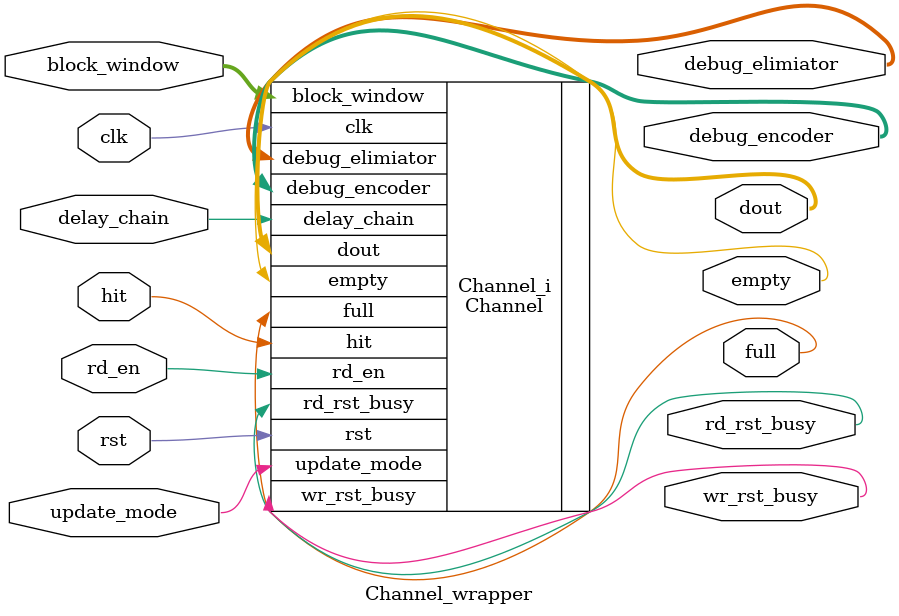
<source format=v>
`timescale 1 ps / 1 ps

module Channel_wrapper
   (block_window,
    clk,
    debug_elimiator,
    debug_encoder,
    delay_chain,
    dout,
    empty,
    full,
    hit,
    rd_en,
    rd_rst_busy,
    rst,
    update_mode,
    wr_rst_busy);
  input [9:0]block_window;
  input clk;
  output [1:0]debug_elimiator;
  output [1:0]debug_encoder;
  input delay_chain;
  output [31:0]dout;
  output empty;
  output full;
  input hit;
  input rd_en;
  output rd_rst_busy;
  input rst;
  input update_mode;
  output wr_rst_busy;

  wire [9:0]block_window;
  wire clk;
  wire [1:0]debug_elimiator;
  wire [1:0]debug_encoder;
  wire delay_chain;
  wire [31:0]dout;
  wire empty;
  wire full;
  wire hit;
  wire rd_en;
  wire rd_rst_busy;
  wire rst;
  wire update_mode;
  wire wr_rst_busy;

  Channel Channel_i
       (.block_window(block_window),
        .clk(clk),
        .debug_elimiator(debug_elimiator),
        .debug_encoder(debug_encoder),
        .delay_chain(delay_chain),
        .dout(dout),
        .empty(empty),
        .full(full),
        .hit(hit),
        .rd_en(rd_en),
        .rd_rst_busy(rd_rst_busy),
        .rst(rst),
        .update_mode(update_mode),
        .wr_rst_busy(wr_rst_busy));
endmodule

</source>
